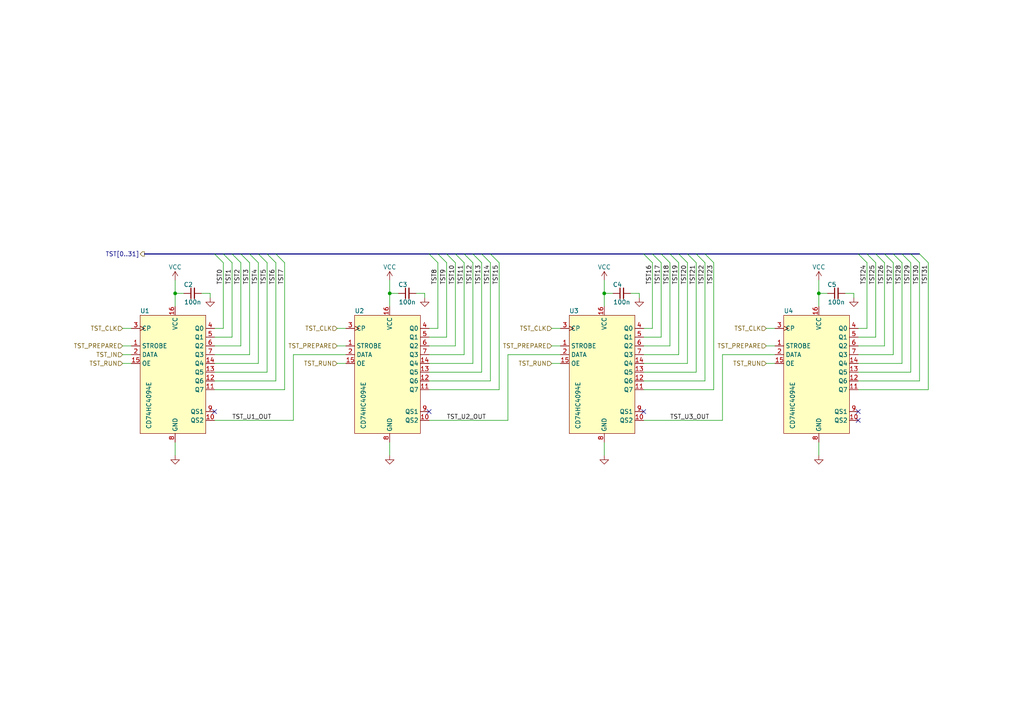
<source format=kicad_sch>
(kicad_sch (version 20211123) (generator eeschema)
  (paper "A4")
  (title_block (title "Test Input Circuit") (date "2022-12-15") (rev "0") (company "Microcode.io"))
  (lib_symbols
    (symbol "CustomParts:CD74HC4094E"
      (property "Reference" "U?" (at 2.0194 24.13 0))
      (property "Value" "CD74HC4094E" (at 2.0194 21.59 0))
      (symbol "CD74HC4094E_0_0"
        (pin input line (at -12.7 10.16 0) (length 2.54) (name "STROBE") (number "1"))
        (pin output line (at 11.43 -11.43 180) (length 2.54) (name "QS2") (number "10"))
        (pin output line (at 11.43 -2.54 180) (length 2.54) (name "Q7") (number "11"))
        (pin output line (at 11.43 0 180) (length 2.54) (name "Q6") (number "12"))
        (pin output line (at 11.43 2.54 180) (length 2.54) (name "Q5") (number "13"))
        (pin output line (at 11.43 5.08 180) (length 2.54) (name "Q4") (number "14"))
        (pin input line (at -12.7 5.08 0) (length 2.54) (name "OE") (number "15"))
        (pin power_in line (at 0 21.59 270) (length 2.54) (name "VCC") (number "16"))
        (pin input line (at -12.7 7.62 0) (length 2.54) (name "DATA") (number "2"))
        (pin input clock (at -12.7 15.24 0) (length 2.54) (name "CP") (number "3"))
        (pin output line (at 11.43 15.24 180) (length 2.54) (name "Q0") (number "4"))
        (pin output line (at 11.43 12.7 180) (length 2.54) (name "Q1") (number "5"))
        (pin output line (at 11.43 10.16 180) (length 2.54) (name "Q2") (number "6"))
        (pin output line (at 11.43 7.62 180) (length 2.54) (name "Q3") (number "7"))
        (pin power_out line (at 0 -17.78 90) (length 2.54) (name "GND") (number "8"))
        (pin output line (at 11.43 -8.89 180) (length 2.54) (name "QS1") (number "9"))
      )
      (symbol "CD74HC4094E_0_1"
        (rectangle (start 8.89 19.05) (end -10.16 -15.24) (fill (type background)))
      )
    )
    (symbol "Device:C_Small" (pin_numbers hide) (pin_names (offset 0.254) hide)
      (property "Reference" "C" (at 0.254 1.778 0))
      (property "Value" "C_Small" (at 0.254 -2.032 0))
      (symbol "C_Small_0_1"
        (polyline (pts (xy -1.524 -0.508) (xy 1.524 -0.508)) (stroke (width 0.3302)))
        (polyline (pts (xy -1.524 0.508) (xy 1.524 0.508)) (stroke (width 0.3048)))
      )
      (symbol "C_Small_1_1"
        (pin passive line (at 0 2.54 270) (length 2.032) (name "~") (number "1"))
        (pin passive line (at 0 -2.54 90) (length 2.032) (name "~") (number "2"))
      )
    )
    (symbol "power:GND" (power) (pin_names (offset 0))
      (property "Value" "GND" (at 0 -3.81 0))
      (symbol "GND_0_1"
        (polyline (pts (xy 0 0) (xy 0 -1.27) (xy 1.27 -1.27) (xy 0 -2.54) (xy -1.27 -1.27) (xy 0 -1.27)))
      )
      (symbol "GND_1_1"
        (pin power_in line (at 0 0 270) (length 0) hide (name "GND") (number "1"))
      )
    )
    (symbol "power:VCC" (power) (pin_names (offset 0))
      (property "Value" "VCC" (at 0 3.81 0))
      (symbol "VCC_0_1"
        (polyline (pts (xy -0.762 1.27) (xy 0 2.54)))
        (polyline (pts (xy 0 0) (xy 0 2.54)))
        (polyline (pts (xy 0 2.54) (xy 0.762 1.27)))
      )
      (symbol "VCC_1_1"
        (pin power_in line (at 0 0 90) (length 0) hide (name "VCC") (number "1"))
      )
    )
  )
  (junction (at 237.49 85.09))
  (junction (at 50.8 85.09))
  (junction (at 113.03 85.09))
  (junction (at 175.26 85.09))
  (no_connect (at 62.23 119.38))
  (no_connect (at 248.92 119.38))
  (no_connect (at 186.69 119.38))
  (no_connect (at 248.92 121.92))
  (no_connect (at 124.46 119.38))
  (bus_entry (at 132.08 76.2) (size -2.54 -2.54))
  (bus_entry (at 251.46 76.2) (size -2.54 -2.54))
  (bus_entry (at 137.16 76.2) (size -2.54 -2.54))
  (bus_entry (at 254 76.2) (size -2.54 -2.54))
  (bus_entry (at 82.55 76.2) (size -2.54 -2.54))
  (bus_entry (at 269.24 76.2) (size -2.54 -2.54))
  (bus_entry (at 129.54 76.2) (size -2.54 -2.54))
  (bus_entry (at 194.31 76.2) (size -2.54 -2.54))
  (bus_entry (at 127 76.2) (size -2.54 -2.54))
  (bus_entry (at 201.93 76.2) (size -2.54 -2.54))
  (bus_entry (at 189.23 76.2) (size -2.54 -2.54))
  (bus_entry (at 67.31 76.2) (size -2.54 -2.54))
  (bus_entry (at 259.08 76.2) (size -2.54 -2.54))
  (bus_entry (at 264.16 76.2) (size -2.54 -2.54))
  (bus_entry (at 77.47 76.2) (size -2.54 -2.54))
  (bus_entry (at 134.62 76.2) (size -2.54 -2.54))
  (bus_entry (at 191.77 76.2) (size -2.54 -2.54))
  (bus_entry (at 199.39 76.2) (size -2.54 -2.54))
  (bus_entry (at 196.85 76.2) (size -2.54 -2.54))
  (bus_entry (at 207.01 76.2) (size -2.54 -2.54))
  (bus_entry (at 142.24 76.2) (size -2.54 -2.54))
  (bus_entry (at 72.39 76.2) (size -2.54 -2.54))
  (bus_entry (at 256.54 76.2) (size -2.54 -2.54))
  (bus_entry (at 74.93 76.2) (size -2.54 -2.54))
  (bus_entry (at 69.85 76.2) (size -2.54 -2.54))
  (bus_entry (at 204.47 76.2) (size -2.54 -2.54))
  (bus_entry (at 144.78 76.2) (size -2.54 -2.54))
  (bus_entry (at 266.7 76.2) (size -2.54 -2.54))
  (bus_entry (at 139.7 76.2) (size -2.54 -2.54))
  (bus_entry (at 80.01 76.2) (size -2.54 -2.54))
  (bus_entry (at 64.77 76.2) (size -2.54 -2.54))
  (bus_entry (at 261.62 76.2) (size -2.54 -2.54))
  (wire (pts (xy 248.92 105.41) (xy 261.62 105.41)))
  (wire (pts (xy 248.92 110.49) (xy 266.7 110.49)))
  (wire (pts (xy 175.26 81.28) (xy 175.26 85.09)))
  (bus (pts (xy 254 73.66) (xy 256.54 73.66)))
  (wire (pts (xy 67.31 76.2) (xy 67.31 97.79)))
  (bus (pts (xy 186.69 73.66) (xy 189.23 73.66)))
  (wire (pts (xy 266.7 76.2) (xy 266.7 110.49)))
  (wire (pts (xy 50.8 85.09) (xy 50.8 88.9)))
  (wire (pts (xy 50.8 128.27) (xy 50.8 132.08)))
  (wire (pts (xy 62.23 107.95) (xy 77.47 107.95)))
  (bus (pts (xy 204.47 73.66) (xy 248.92 73.66)))
  (wire (pts (xy 196.85 76.2) (xy 196.85 102.87)))
  (wire (pts (xy 97.79 100.33) (xy 100.33 100.33)))
  (wire (pts (xy 248.92 97.79) (xy 254 97.79)))
  (wire (pts (xy 62.23 97.79) (xy 67.31 97.79)))
  (wire (pts (xy 175.26 128.27) (xy 175.26 132.08)))
  (wire (pts (xy 251.46 76.2) (xy 251.46 95.25)))
  (bus (pts (xy 191.77 73.66) (xy 194.31 73.66)))
  (wire (pts (xy 62.23 105.41) (xy 74.93 105.41)))
  (wire (pts (xy 113.03 128.27) (xy 113.03 132.08)))
  (wire (pts (xy 113.03 81.28) (xy 113.03 85.09)))
  (bus (pts (xy 127 73.66) (xy 129.54 73.66)))
  (wire (pts (xy 124.46 107.95) (xy 139.7 107.95)))
  (wire (pts (xy 147.32 121.92) (xy 147.32 102.87)))
  (wire (pts (xy 264.16 76.2) (xy 264.16 107.95)))
  (wire (pts (xy 62.23 102.87) (xy 72.39 102.87)))
  (wire (pts (xy 124.46 110.49) (xy 142.24 110.49)))
  (wire (pts (xy 186.69 105.41) (xy 199.39 105.41)))
  (bus (pts (xy 74.93 73.66) (xy 77.47 73.66)))
  (wire (pts (xy 222.25 100.33) (xy 224.79 100.33)))
  (wire (pts (xy 97.79 105.41) (xy 100.33 105.41)))
  (wire (pts (xy 248.92 102.87) (xy 259.08 102.87)))
  (wire (pts (xy 35.56 102.87) (xy 38.1 102.87)))
  (bus (pts (xy 261.62 73.66) (xy 264.16 73.66)))
  (wire (pts (xy 254 76.2) (xy 254 97.79)))
  (wire (pts (xy 35.56 100.33) (xy 38.1 100.33)))
  (wire (pts (xy 85.09 102.87) (xy 100.33 102.87)))
  (wire (pts (xy 50.8 81.28) (xy 50.8 85.09)))
  (wire (pts (xy 175.26 85.09) (xy 175.26 88.9)))
  (wire (pts (xy 247.65 85.09) (xy 247.65 86.36)))
  (bus (pts (xy 132.08 73.66) (xy 134.62 73.66)))
  (wire (pts (xy 245.11 85.09) (xy 247.65 85.09)))
  (wire (pts (xy 160.02 95.25) (xy 162.56 95.25)))
  (wire (pts (xy 201.93 76.2) (xy 201.93 107.95)))
  (wire (pts (xy 186.69 107.95) (xy 201.93 107.95)))
  (bus (pts (xy 264.16 73.66) (xy 266.7 73.66)))
  (wire (pts (xy 124.46 100.33) (xy 132.08 100.33)))
  (bus (pts (xy 72.39 73.66) (xy 74.93 73.66)))
  (wire (pts (xy 60.96 85.09) (xy 60.96 86.36)))
  (wire (pts (xy 186.69 100.33) (xy 194.31 100.33)))
  (wire (pts (xy 97.79 95.25) (xy 100.33 95.25)))
  (wire (pts (xy 127 76.2) (xy 127 95.25)))
  (bus (pts (xy 64.77 73.66) (xy 67.31 73.66)))
  (bus (pts (xy 248.92 73.66) (xy 251.46 73.66)))
  (wire (pts (xy 248.92 100.33) (xy 256.54 100.33)))
  (bus (pts (xy 62.23 73.66) (xy 64.77 73.66)))
  (wire (pts (xy 74.93 76.2) (xy 74.93 105.41)))
  (wire (pts (xy 124.46 102.87) (xy 134.62 102.87)))
  (wire (pts (xy 62.23 110.49) (xy 80.01 110.49)))
  (bus (pts (xy 189.23 73.66) (xy 191.77 73.66)))
  (wire (pts (xy 113.03 85.09) (xy 115.57 85.09)))
  (wire (pts (xy 191.77 76.2) (xy 191.77 97.79)))
  (wire (pts (xy 69.85 76.2) (xy 69.85 100.33)))
  (bus (pts (xy 259.08 73.66) (xy 261.62 73.66)))
  (wire (pts (xy 248.92 107.95) (xy 264.16 107.95)))
  (bus (pts (xy 199.39 73.66) (xy 201.93 73.66)))
  (wire (pts (xy 80.01 76.2) (xy 80.01 110.49)))
  (wire (pts (xy 64.77 76.2) (xy 64.77 95.25)))
  (wire (pts (xy 62.23 121.92) (xy 85.09 121.92)))
  (wire (pts (xy 256.54 76.2) (xy 256.54 100.33)))
  (wire (pts (xy 129.54 76.2) (xy 129.54 97.79)))
  (bus (pts (xy 251.46 73.66) (xy 254 73.66)))
  (wire (pts (xy 185.42 85.09) (xy 185.42 86.36)))
  (bus (pts (xy 142.24 73.66) (xy 186.69 73.66)))
  (bus (pts (xy 67.31 73.66) (xy 69.85 73.66)))
  (wire (pts (xy 207.01 76.2) (xy 207.01 113.03)))
  (wire (pts (xy 222.25 95.25) (xy 224.79 95.25)))
  (wire (pts (xy 186.69 102.87) (xy 196.85 102.87)))
  (bus (pts (xy 256.54 73.66) (xy 259.08 73.66)))
  (wire (pts (xy 209.55 121.92) (xy 209.55 102.87)))
  (wire (pts (xy 77.47 76.2) (xy 77.47 107.95)))
  (wire (pts (xy 139.7 76.2) (xy 139.7 107.95)))
  (wire (pts (xy 147.32 102.87) (xy 162.56 102.87)))
  (bus (pts (xy 134.62 73.66) (xy 137.16 73.66)))
  (wire (pts (xy 82.55 76.2) (xy 82.55 113.03)))
  (wire (pts (xy 222.25 105.41) (xy 224.79 105.41)))
  (wire (pts (xy 85.09 121.92) (xy 85.09 102.87)))
  (wire (pts (xy 248.92 113.03) (xy 269.24 113.03)))
  (wire (pts (xy 124.46 97.79) (xy 129.54 97.79)))
  (wire (pts (xy 137.16 76.2) (xy 137.16 105.41)))
  (wire (pts (xy 132.08 76.2) (xy 132.08 100.33)))
  (bus (pts (xy 41.91 73.66) (xy 62.23 73.66)))
  (bus (pts (xy 124.46 73.66) (xy 127 73.66)))
  (wire (pts (xy 237.49 85.09) (xy 237.49 88.9)))
  (wire (pts (xy 209.55 102.87) (xy 224.79 102.87)))
  (wire (pts (xy 62.23 95.25) (xy 64.77 95.25)))
  (wire (pts (xy 124.46 105.41) (xy 137.16 105.41)))
  (wire (pts (xy 194.31 76.2) (xy 194.31 100.33)))
  (wire (pts (xy 186.69 110.49) (xy 204.47 110.49)))
  (wire (pts (xy 35.56 105.41) (xy 38.1 105.41)))
  (wire (pts (xy 175.26 85.09) (xy 177.8 85.09)))
  (bus (pts (xy 137.16 73.66) (xy 139.7 73.66)))
  (wire (pts (xy 123.19 85.09) (xy 123.19 86.36)))
  (wire (pts (xy 248.92 95.25) (xy 251.46 95.25)))
  (wire (pts (xy 134.62 76.2) (xy 134.62 102.87)))
  (wire (pts (xy 72.39 76.2) (xy 72.39 102.87)))
  (wire (pts (xy 186.69 95.25) (xy 189.23 95.25)))
  (wire (pts (xy 124.46 95.25) (xy 127 95.25)))
  (bus (pts (xy 139.7 73.66) (xy 142.24 73.66)))
  (wire (pts (xy 113.03 85.09) (xy 113.03 88.9)))
  (wire (pts (xy 35.56 95.25) (xy 38.1 95.25)))
  (wire (pts (xy 186.69 113.03) (xy 207.01 113.03)))
  (wire (pts (xy 186.69 121.92) (xy 209.55 121.92)))
  (wire (pts (xy 62.23 100.33) (xy 69.85 100.33)))
  (wire (pts (xy 189.23 76.2) (xy 189.23 95.25)))
  (wire (pts (xy 120.65 85.09) (xy 123.19 85.09)))
  (wire (pts (xy 199.39 76.2) (xy 199.39 105.41)))
  (wire (pts (xy 62.23 113.03) (xy 82.55 113.03)))
  (wire (pts (xy 182.88 85.09) (xy 185.42 85.09)))
  (bus (pts (xy 196.85 73.66) (xy 199.39 73.66)))
  (wire (pts (xy 186.69 97.79) (xy 191.77 97.79)))
  (wire (pts (xy 124.46 121.92) (xy 147.32 121.92)))
  (bus (pts (xy 69.85 73.66) (xy 72.39 73.66)))
  (wire (pts (xy 269.24 76.2) (xy 269.24 113.03)))
  (wire (pts (xy 124.46 113.03) (xy 144.78 113.03)))
  (wire (pts (xy 237.49 128.27) (xy 237.49 132.08)))
  (bus (pts (xy 77.47 73.66) (xy 80.01 73.66)))
  (wire (pts (xy 261.62 76.2) (xy 261.62 105.41)))
  (wire (pts (xy 160.02 105.41) (xy 162.56 105.41)))
  (wire (pts (xy 237.49 81.28) (xy 237.49 85.09)))
  (wire (pts (xy 259.08 76.2) (xy 259.08 102.87)))
  (wire (pts (xy 58.42 85.09) (xy 60.96 85.09)))
  (bus (pts (xy 201.93 73.66) (xy 204.47 73.66)))
  (wire (pts (xy 160.02 100.33) (xy 162.56 100.33)))
  (wire (pts (xy 50.8 85.09) (xy 53.34 85.09)))
  (bus (pts (xy 194.31 73.66) (xy 196.85 73.66)))
  (bus (pts (xy 80.01 73.66) (xy 124.46 73.66)))
  (wire (pts (xy 237.49 85.09) (xy 240.03 85.09)))
  (wire (pts (xy 204.47 76.2) (xy 204.47 110.49)))
  (wire (pts (xy 142.24 76.2) (xy 142.24 110.49)))
  (bus (pts (xy 129.54 73.66) (xy 132.08 73.66)))
  (wire (pts (xy 144.78 76.2) (xy 144.78 113.03)))
  (label "TST24" (at 251.46 82.55 90))
  (label "TST21" (at 201.93 82.55 90))
  (label "TST31" (at 269.24 82.55 90))
  (label "TST6" (at 80.01 82.55 90))
  (label "TST29" (at 264.16 82.55 90))
  (label "TST28" (at 261.62 82.55 90))
  (label "TST26" (at 256.54 82.55 90))
  (label "TST1" (at 67.31 82.55 90))
  (label "TST18" (at 194.31 82.55 90))
  (label "TST4" (at 74.93 82.55 90))
  (label "TST23" (at 207.01 82.55 90))
  (label "TST7" (at 82.55 82.55 90))
  (label "TST16" (at 189.23 82.55 90))
  (label "TST0" (at 64.77 82.55 90))
  (label "TST15" (at 144.78 82.55 90))
  (label "TST25" (at 254 82.55 90))
  (label "TST3" (at 72.39 82.55 90))
  (label "TST12" (at 137.16 82.55 90))
  (label "TST_U2_OUT" (at 129.54 121.92 0))
  (label "TST30" (at 266.7 82.55 90))
  (label "TST_U3_OUT" (at 194.31 121.92 0))
  (label "TST13" (at 139.7 82.55 90))
  (label "TST22" (at 204.47 82.55 90))
  (label "TST11" (at 134.62 82.55 90))
  (label "TST10" (at 132.08 82.55 90))
  (label "TST17" (at 191.77 82.55 90))
  (label "TST27" (at 259.08 82.55 90))
  (label "TST2" (at 69.85 82.55 90))
  (label "TST14" (at 142.24 82.55 90))
  (label "TST9" (at 129.54 82.55 90))
  (label "TST20" (at 199.39 82.55 90))
  (label "TST19" (at 196.85 82.55 90))
  (label "TST_U1_OUT" (at 67.31 121.92 0))
  (label "TST8" (at 127 82.55 90))
  (label "TST5" (at 77.47 82.55 90))
  (hierarchical_label "TST_CLK" (shape input) (at 222.25 95.25 180))
  (hierarchical_label "TST_RUN" (shape input) (at 222.25 105.41 180))
  (hierarchical_label "TST_PREPARE" (shape input) (at 222.25 100.33 180))
  (hierarchical_label "TST_IN" (shape input) (at 35.56 102.87 180))
  (hierarchical_label "TST_RUN" (shape input) (at 35.56 105.41 180))
  (hierarchical_label "TST[0..31]" (shape output) (at 41.91 73.66 180))
  (hierarchical_label "TST_CLK" (shape input) (at 35.56 95.25 180))
  (hierarchical_label "TST_PREPARE" (shape input) (at 97.79 100.33 180))
  (hierarchical_label "TST_RUN" (shape input) (at 97.79 105.41 180))
  (hierarchical_label "TST_PREPARE" (shape input) (at 160.02 100.33 180))
  (hierarchical_label "TST_RUN" (shape input) (at 160.02 105.41 180))
  (hierarchical_label "TST_PREPARE" (shape input) (at 35.56 100.33 180))
  (hierarchical_label "TST_CLK" (shape input) (at 97.79 95.25 180))
  (hierarchical_label "TST_CLK" (shape input) (at 160.02 95.25 180))
  (symbol (lib_id "power:VCC") (at 50.8 81.28 0) (unit 1)
    (property "Reference" "#PWR05" (effects hide))
    (property "Value" "VCC" (at 50.8 77.47 0))
  )
  (symbol (lib_id "Device:C_Small") (at 242.57 85.09 90) (unit 1)
    (property "Reference" "C5" (at 241.3 82.55 90))
    (property "Value" "100n" (at 242.57 87.63 90))
    (property "Footprint" "Capacitor_SMD:C_1206_3216Metric_Pad1.33x1.80mm_HandSolder" (effects hide))
  )
  (symbol (lib_id "power:VCC") (at 237.49 81.28 0) (unit 1)
    (property "Reference" "#PWR014" (effects hide))
    (property "Value" "VCC" (at 237.49 77.47 0))
  )
  (symbol (lib_id "power:VCC") (at 175.26 81.28 0) (unit 1)
    (property "Reference" "#PWR011" (effects hide))
    (property "Value" "VCC" (at 175.26 77.47 0))
  )
  (symbol (lib_id "power:GND") (at 50.8 132.08 0) (unit 1)
    (property "Reference" "#PWR06" (effects hide))
    (property "Value" "GND" (effects hide))
  )
  (symbol (lib_id "power:GND") (at 123.19 86.36 0) (unit 1)
    (property "Reference" "#PWR010" (effects hide))
    (property "Value" "GND" (effects hide))
  )
  (symbol (lib_id "CustomParts:CD74HC4094E") (at 237.49 110.49 0) (unit 1)
    (property "Reference" "U4" (at 227.33 90.17 0) (effects (justify left)))
    (property "Value" "CD74HC4094E" (at 229.87 124.46 90) (effects (justify left)))
    (property "Footprint" "Package_DIP:DIP-16_W7.62mm_Socket" (effects hide))
    (property "Datasheet" "https://www.ti.com/lit/ds/symlink/cd74hct4094.pdf" (effects hide))
  )
  (symbol (lib_id "CustomParts:CD74HC4094E") (at 175.26 110.49 0) (unit 1)
    (property "Reference" "U3" (at 165.1 90.17 0) (effects (justify left)))
    (property "Value" "CD74HC4094E" (at 167.64 124.46 90) (effects (justify left)))
    (property "Footprint" "Package_DIP:DIP-16_W7.62mm_Socket" (effects hide))
    (property "Datasheet" "https://www.ti.com/lit/ds/symlink/cd74hct4094.pdf" (effects hide))
  )
  (symbol (lib_id "power:GND") (at 175.26 132.08 0) (unit 1)
    (property "Reference" "#PWR012" (effects hide))
    (property "Value" "GND" (effects hide))
  )
  (symbol (lib_id "Device:C_Small") (at 180.34 85.09 90) (unit 1)
    (property "Reference" "C4" (at 179.07 82.55 90))
    (property "Value" "100n" (at 180.34 87.63 90))
    (property "Footprint" "Capacitor_SMD:C_1206_3216Metric_Pad1.33x1.80mm_HandSolder" (effects hide))
  )
  (symbol (lib_id "power:GND") (at 113.03 132.08 0) (unit 1)
    (property "Reference" "#PWR09" (effects hide))
    (property "Value" "GND" (effects hide))
  )
  (symbol (lib_id "power:GND") (at 185.42 86.36 0) (unit 1)
    (property "Reference" "#PWR013" (effects hide))
    (property "Value" "GND" (effects hide))
  )
  (symbol (lib_id "Device:C_Small") (at 55.88 85.09 90) (unit 1)
    (property "Reference" "C2" (at 54.61 82.55 90))
    (property "Value" "100n" (at 55.88 87.63 90))
    (property "Footprint" "Capacitor_SMD:C_1206_3216Metric_Pad1.33x1.80mm_HandSolder" (effects hide))
  )
  (symbol (lib_id "power:GND") (at 237.49 132.08 0) (unit 1)
    (property "Reference" "#PWR015" (effects hide))
    (property "Value" "GND" (effects hide))
  )
  (symbol (lib_id "power:GND") (at 60.96 86.36 0) (unit 1)
    (property "Reference" "#PWR07" (effects hide))
    (property "Value" "GND" (effects hide))
  )
  (symbol (lib_id "power:GND") (at 247.65 86.36 0) (unit 1)
    (property "Reference" "#PWR016" (effects hide))
    (property "Value" "GND" (effects hide))
  )
  (symbol (lib_id "power:VCC") (at 113.03 81.28 0) (unit 1)
    (property "Reference" "#PWR08" (effects hide))
    (property "Value" "VCC" (at 113.03 77.47 0))
  )
  (symbol (lib_id "CustomParts:CD74HC4094E") (at 113.03 110.49 0) (unit 1)
    (property "Reference" "U2" (at 102.87 90.17 0) (effects (justify left)))
    (property "Value" "CD74HC4094E" (at 105.41 124.46 90) (effects (justify left)))
    (property "Footprint" "Package_DIP:DIP-16_W7.62mm_Socket" (effects hide))
    (property "Datasheet" "https://www.ti.com/lit/ds/symlink/cd74hct4094.pdf" (effects hide))
  )
  (symbol (lib_id "CustomParts:CD74HC4094E") (at 50.8 110.49 0) (unit 1)
    (property "Reference" "U1" (at 40.64 90.17 0) (effects (justify left)))
    (property "Value" "CD74HC4094E" (at 43.18 124.46 90) (effects (justify left)))
    (property "Footprint" "Package_DIP:DIP-16_W7.62mm_Socket" (effects hide))
    (property "Datasheet" "https://www.ti.com/lit/ds/symlink/cd74hct4094.pdf" (effects hide))
  )
  (symbol (lib_id "Device:C_Small") (at 118.11 85.09 90) (unit 1)
    (property "Reference" "C3" (at 116.84 82.55 90))
    (property "Value" "100n" (at 118.11 87.63 90))
    (property "Footprint" "Capacitor_SMD:C_1206_3216Metric_Pad1.33x1.80mm_HandSolder" (effects hide))
  )
)
</source>
